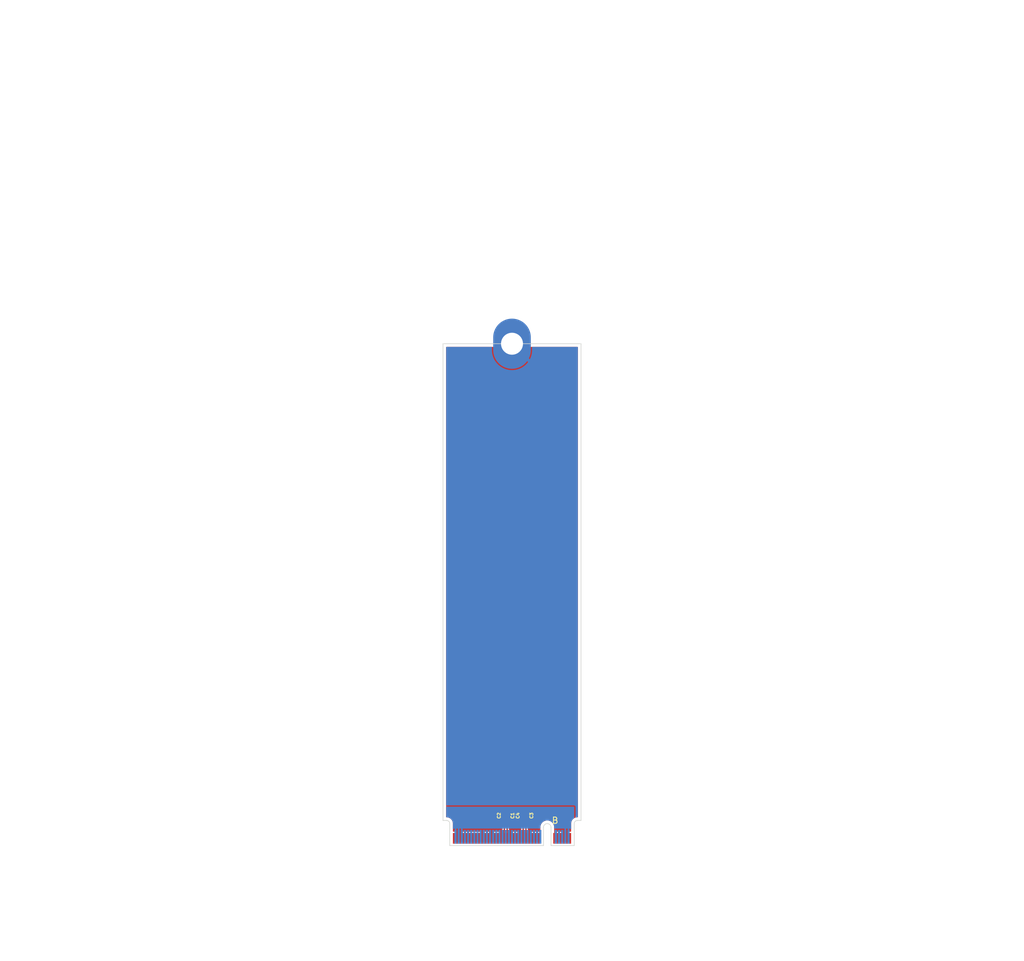
<source format=kicad_pcb>
(kicad_pcb (version 20241229) (generator "pcbnew") (generator_version "9.0")
  (layers (0 "F.Cu" signal) (2 "B.Cu" signal) (13 "F.Paste" user) (15 "B.Paste" user) (5 "F.SilkS" user "F.Silkscreen") (7 "B.SilkS" user "B.Silkscreen") (1 "F.Mask" user) (3 "B.Mask" user) (25 "Edge.Cuts" user))
  (net 0 "")
  (net 1 "/M.2 B key/PET0N")
  (net 2 "/M.2 B key/PET0P")
  (net 3 "/M.2 B key/PET1P")
  (net 4 "/M.2 B key/PET1N")
  (net 5 "GND")
  (net 6 "/CONFIG_3")
  (net 7 "+3.3V")
  (net 8 "/FULL_CARD_PWR_OFF#")
  (net 9 "/USB_D+")
  (net 10 "/W_DISABLE1#")
  (net 11 "/USB_D-")
  (net 12 "/GPIO_9{slash}LED#1")
  (net 13 "/GPIO_5")
  (net 14 "/CONFIG_0")
  (net 15 "/GPIO_6")
  (net 16 "/DPR")
  (net 17 "/GPIO_7")
  (net 18 "/GPIO_11")
  (net 19 "/GPIO_10")
  (net 20 "/GPIO_8")
  (net 21 "/UIM-RESET")
  (net 22 "/UIM-CLK")
  (net 23 "/UIM-DATA")
  (net 24 "/PER1-")
  (net 25 "/UIM-PWR")
  (net 26 "/PER1+")
  (net 27 "/DEVSLP")
  (net 28 "/GPIO_0")
  (net 29 "/GPIO_1")
  (net 30 "/GPIO_2")
  (net 31 "/GPIO_3")
  (net 32 "/PER0-")
  (net 33 "/GPIO_4")
  (net 34 "/PER0+")
  (net 35 "/PERST#")
  (net 36 "/CLKREQ#")
  (net 37 "/REFCLK-")
  (net 38 "/PEWAKE#")
  (net 39 "/REFCLK+")
  (net 42 "/ANTCTL0")
  (net 44 "/ANTCTL1")
  (net 46 "/ANTCTL2")
  (net 48 "/ANTCTL3")
  (net 49 "/SIM_DETECT")
  (net 50 "/RESET#")
  (net 51 "/SUSCLK")
  (net 52 "/CONFIG_1")
  (net 53 "/CONFIG_2")
  (net 54 "/PET0+")
  (net 55 "/PET1+")
  (net 56 "/PET1-")
  (net 57 "/PET0-")
  (footprint "Capacitor_SMD:C_0201_0603Metric" (layer "F.Cu") (at 109.11 153.5 90)
    (property "Reference" "C1" (at 0 0.73 270) (layer "F.SilkS") (effects (font (size 0.5 0.5))))
    (property "Value" "220nF")
    (pad "1" smd roundrect (at -0.32 0 90) (size 0.46 0.4) (layers "F.Cu" "F.Mask") (net 1 "/M.2 B key/PET0N"))
    (pad "2" smd roundrect (at 0.32 0 90) (size 0.46 0.4) (layers "F.Cu" "F.Mask") (net 57 "/PET0-"))
  )
  (footprint "Capacitor_SMD:C_0201_0603Metric" (layer "F.Cu") (at 112.11 153.5 90)
    (property "Reference" "C3" (at 0 0.75 90) (layer "F.SilkS") (effects (font (size 0.5 0.5))))
    (property "Value" "220nF")
    (pad "1" smd roundrect (at -0.32 0 90) (size 0.46 0.4) (layers "F.Cu" "F.Mask") (net 4 "/M.2 B key/PET1N"))
    (pad "2" smd roundrect (at 0.32 0 90) (size 0.46 0.4) (layers "F.Cu" "F.Mask") (net 56 "/PET1-"))
  )
  (footprint "Athena KiCAd library:M.2 Mounting Pad" (layer "F.Cu") (at 109.76 78.27)
    (property "Reference" "H1")
    (property "Value" "MountingHole_Pad")
    (pad "1" thru_hole circle (at 0 0) (size 5.5 5.5) (drill 3.5) (property pad_prop_castellated) (layers "*.Cu" "*.Mask") (net 5 "GND") (padstack (mode front_inner_back) (layer "Inner" (shape circle) (size 5.5 5.5)) (layer "B.Cu" (shape oval) (size 6 8))))
  )
  (footprint "Capacitor_SMD:C_0201_0603Metric" (layer "F.Cu") (at 108.41 153.5 90)
    (property "Reference" "C2" (at 0 -0.73 90) (layer "F.SilkS") (effects (font (size 0.5 0.5))))
    (property "Value" "220nF")
    (pad "1" smd roundrect (at -0.32 0 90) (size 0.46 0.4) (layers "F.Cu" "F.Mask") (net 2 "/M.2 B key/PET0P"))
    (pad "2" smd roundrect (at 0.32 0 90) (size 0.46 0.4) (layers "F.Cu" "F.Mask") (net 54 "/PET0+"))
  )
  (footprint "Capacitor_SMD:C_0201_0603Metric" (layer "F.Cu") (at 111.41 153.5 90)
    (property "Reference" "C4" (at 0 -0.72 90) (layer "F.SilkS") (effects (font (size 0.5 0.5))))
    (property "Value" "220nF")
    (pad "1" smd roundrect (at -0.32 0 90) (size 0.46 0.4) (layers "F.Cu" "F.Mask") (net 3 "/M.2 B key/PET1P"))
    (pad "2" smd roundrect (at 0.32 0 90) (size 0.46 0.4) (layers "F.Cu" "F.Mask") (net 55 "/PET1+"))
  )
  (footprint "PCIexpress:M.2 B Key Connector" (layer "F.Cu") (at 109.76 157.16)
    (property "Reference" "J1")
    (property "Value" "~")
    (fp_line (start -11 -2.89) (end -10.425 -2.89) (stroke (width 0.1)) (layer "Edge.Cuts"))
    (fp_line (start -9.925 -2.39) (end -9.925 1.11) (stroke (width 0.1)) (layer "Edge.Cuts"))
    (fp_line (start 5.02 -1.79) (end 5.02 1.11) (stroke (width 0.1)) (layer "Edge.Cuts"))
    (fp_line (start 5.02 1.11) (end -9.925 1.11) (stroke (width 0.1)) (layer "Edge.Cuts"))
    (fp_line (start 6.22 -1.79) (end 6.22 1.11) (stroke (width 0.1)) (layer "Edge.Cuts"))
    (fp_line (start 6.225333 1.11) (end 9.925 1.11) (stroke (width 0.1)) (layer "Edge.Cuts"))
    (fp_line (start 9.925 -2.39) (end 9.925 1.11) (stroke (width 0.1)) (layer "Edge.Cuts"))
    (fp_line (start 10.425 -2.89) (end 11 -2.89) (stroke (width 0.1)) (layer "Edge.Cuts"))
    (fp_arc (start -10.425 -2.89) (mid -10.071447 -2.743553) (end -9.925 -2.39) (stroke (width 0.1)) (layer "Edge.Cuts"))
    (fp_arc (start 5.02 -1.79) (mid 5.62 -2.39) (end 6.22 -1.79) (stroke (width 0.1)) (layer "Edge.Cuts"))
    (fp_arc (start 9.925 -2.39) (mid 10.071447 -2.743553) (end 10.425 -2.89) (stroke (width 0.1)) (layer "Edge.Cuts"))
    (fp_text user "B" (at 6.27 -2.3 0) (layer "F.SilkS") (effects (justify left bottom)))
    (pad "1" smd rect (at 9.25 -0.04 180) (size 0.35 1.7) (layers "F.Cu") (net 6 "/CONFIG_3"))
    (pad "2" smd rect (at 9 -0.29 180) (size 0.35 2.2) (layers "B.Cu") (net 7 "+3.3V"))
    (pad "3" smd rect (at 8.75 -0.04 180) (size 0.35 1.7) (layers "F.Cu") (net 5 "GND"))
    (pad "4" smd rect (at 8.5 -0.29 180) (size 0.35 2.2) (layers "B.Cu") (net 7 "+3.3V"))
    (pad "5" smd rect (at 8.25 -0.04 180) (size 0.35 1.7) (layers "F.Cu") (net 5 "GND"))
    (pad "6" smd rect (at 8 -0.29 180) (size 0.35 2.2) (layers "B.Cu") (net 8 "/FULL_CARD_PWR_OFF#"))
    (pad "7" smd rect (at 7.75 -0.04 180) (size 0.35 1.7) (layers "F.Cu") (net 9 "/USB_D+"))
    (pad "8" smd rect (at 7.5 -0.29 180) (size 0.35 2.2) (layers "B.Cu") (net 10 "/W_DISABLE1#"))
    (pad "9" smd rect (at 7.25 -0.04 180) (size 0.35 1.7) (layers "F.Cu") (net 11 "/USB_D-"))
    (pad "10" smd rect (at 7 -0.29 180) (size 0.35 2.2) (layers "B.Cu") (net 12 "/GPIO_9{slash}LED#1"))
    (pad "11" smd rect (at 6.75 -0.04 180) (size 0.35 1.7) (layers "F.Cu") (net 5 "GND"))
    (pad "20" smd rect (at 4.5 -0.29 180) (size 0.35 2.2) (layers "B.Cu") (net 13 "/GPIO_5"))
    (pad "21" smd rect (at 4.25 -0.04 180) (size 0.35 1.7) (layers "F.Cu") (net 14 "/CONFIG_0"))
    (pad "22" smd rect (at 4 -0.29 180) (size 0.35 2.2) (layers "B.Cu") (net 15 "/GPIO_6"))
    (pad "23" smd rect (at 3.75 -0.04 180) (size 0.35 1.7) (layers "F.Cu") (net 16 "/DPR"))
    (pad "24" smd rect (at 3.5 -0.29 180) (size 0.35 2.2) (layers "B.Cu") (net 17 "/GPIO_7"))
    (pad "25" smd rect (at 3.25 -0.04 180) (size 0.35 1.7) (layers "F.Cu") (net 18 "/GPIO_11"))
    (pad "26" smd rect (at 3 -0.29 180) (size 0.35 2.2) (layers "B.Cu") (net 19 "/GPIO_10"))
    (pad "27" smd rect (at 2.75 -0.04 180) (size 0.35 1.7) (layers "F.Cu") (net 5 "GND"))
    (pad "28" smd rect (at 2.5 -0.29 180) (size 0.35 2.2) (layers "B.Cu") (net 20 "/GPIO_8"))
    (pad "29" smd rect (at 2.25 -0.04 180) (size 0.35 1.7) (layers "F.Cu") (net 4 "/M.2 B key/PET1N"))
    (pad "30" smd rect (at 2 -0.29 180) (size 0.35 2.2) (layers "B.Cu") (net 21 "/UIM-RESET"))
    (pad "31" smd rect (at 1.75 -0.04 180) (size 0.35 1.7) (layers "F.Cu") (net 3 "/M.2 B key/PET1P"))
    (pad "32" smd rect (at 1.5 -0.29 180) (size 0.35 2.2) (layers "B.Cu") (net 22 "/UIM-CLK"))
    (pad "33" smd rect (at 1.25 -0.04 180) (size 0.35 1.7) (layers "F.Cu") (net 5 "GND"))
    (pad "34" smd rect (at 1 -0.29 180) (size 0.35 2.2) (layers "B.Cu") (net 23 "/UIM-DATA"))
    (pad "35" smd rect (at 0.75 -0.04 180) (size 0.35 1.7) (layers "F.Cu") (net 24 "/PER1-"))
    (pad "36" smd rect (at 0.5 -0.29 180) (size 0.35 2.2) (layers "B.Cu") (net 25 "/UIM-PWR"))
    (pad "37" smd rect (at 0.25 -0.04 180) (size 0.35 1.7) (layers "F.Cu") (net 26 "/PER1+"))
    (pad "38" smd rect (at 0 -0.29 180) (size 0.35 2.2) (layers "B.Cu") (net 27 "/DEVSLP"))
    (pad "39" smd rect (at -0.25 -0.04 180) (size 0.35 1.7) (layers "F.Cu") (net 5 "GND"))
    (pad "40" smd rect (at -0.5 -0.29 180) (size 0.35 2.2) (layers "B.Cu") (net 28 "/GPIO_0"))
    (pad "41" smd rect (at -0.75 -0.04 180) (size 0.35 1.7) (layers "F.Cu") (net 1 "/M.2 B key/PET0N"))
    (pad "42" smd rect (at -1 -0.29 180) (size 0.35 2.2) (layers "B.Cu") (net 29 "/GPIO_1"))
    (pad "43" smd rect (at -1.25 -0.04 180) (size 0.35 1.7) (layers "F.Cu") (net 2 "/M.2 B key/PET0P"))
    (pad "44" smd rect (at -1.5 -0.29 180) (size 0.35 2.2) (layers "B.Cu") (net 30 "/GPIO_2"))
    (pad "45" smd rect (at -1.75 -0.04 180) (size 0.35 1.7) (layers "F.Cu") (net 5 "GND"))
    (pad "46" smd rect (at -2 -0.29 180) (size 0.35 2.2) (layers "B.Cu") (net 31 "/GPIO_3"))
    (pad "47" smd rect (at -2.25 -0.04 180) (size 0.35 1.7) (layers "F.Cu") (net 32 "/PER0-"))
    (pad "48" smd rect (at -2.5 -0.29 180) (size 0.35 2.2) (layers "B.Cu") (net 33 "/GPIO_4"))
    (pad "49" smd rect (at -2.75 -0.04 180) (size 0.35 1.7) (layers "F.Cu") (net 34 "/PER0+"))
    (pad "50" smd rect (at -3 -0.29 180) (size 0.35 2.2) (layers "B.Cu") (net 35 "/PERST#"))
    (pad "51" smd rect (at -3.25 -0.04 180) (size 0.35 1.7) (layers "F.Cu") (net 5 "GND"))
    (pad "52" smd rect (at -3.5 -0.29 180) (size 0.35 2.2) (layers "B.Cu") (net 36 "/CLKREQ#"))
    (pad "53" smd rect (at -3.75 -0.04 180) (size 0.35 1.7) (layers "F.Cu") (net 37 "/REFCLK-"))
    (pad "54" smd rect (at -4 -0.29 180) (size 0.35 2.2) (layers "B.Cu") (net 38 "/PEWAKE#"))
    (pad "55" smd rect (at -4.25 -0.04 180) (size 0.35 1.7) (layers "F.Cu") (net 39 "/REFCLK+"))
    (pad "56" smd rect (at -4.5 -0.29 180) (size 0.35 2.2) (layers "B.Cu"))
    (pad "57" smd rect (at -4.75 -0.04 180) (size 0.35 1.7) (layers "F.Cu") (net 5 "GND"))
    (pad "58" smd rect (at -5 -0.29 180) (size 0.35 2.2) (layers "B.Cu"))
    (pad "59" smd rect (at -5.25 -0.04 180) (size 0.35 1.7) (layers "F.Cu") (net 42 "/ANTCTL0"))
    (pad "60" smd rect (at -5.5 -0.29 180) (size 0.35 2.2) (layers "B.Cu"))
    (pad "61" smd rect (at -5.75 -0.04 180) (size 0.35 1.7) (layers "F.Cu") (net 44 "/ANTCTL1"))
    (pad "62" smd rect (at -6 -0.29 180) (size 0.35 2.2) (layers "B.Cu"))
    (pad "63" smd rect (at -6.25 -0.04 180) (size 0.35 1.7) (layers "F.Cu") (net 46 "/ANTCTL2"))
    (pad "64" smd rect (at -6.5 -0.29 180) (size 0.35 2.2) (layers "B.Cu"))
    (pad "65" smd rect (at -6.75 -0.04 180) (size 0.35 1.7) (layers "F.Cu") (net 48 "/ANTCTL3"))
    (pad "66" smd rect (at -7 -0.29 180) (size 0.35 2.2) (layers "B.Cu") (net 49 "/SIM_DETECT"))
    (pad "67" smd rect (at -7.25 -0.04 180) (size 0.35 1.7) (layers "F.Cu") (net 50 "/RESET#"))
    (pad "68" smd rect (at -7.5 -0.29 180) (size 0.35 2.2) (layers "B.Cu") (net 51 "/SUSCLK"))
    (pad "69" smd rect (at -7.75 -0.04 180) (size 0.35 1.7) (layers "F.Cu") (net 52 "/CONFIG_1"))
    (pad "70" smd rect (at -8 -0.29 180) (size 0.35 2.2) (layers "B.Cu") (net 7 "+3.3V"))
    (pad "71" smd rect (at -8.25 -0.04 180) (size 0.35 1.7) (layers "F.Cu") (net 5 "GND"))
    (pad "72" smd rect (at -8.5 -0.29 180) (size 0.35 2.2) (layers "B.Cu") (net 7 "+3.3V"))
    (pad "73" smd rect (at -8.75 -0.04 180) (size 0.35 1.7) (layers "F.Cu") (net 5 "GND"))
    (pad "74" smd rect (at -9 -0.29 180) (size 0.35 2.2) (layers "B.Cu") (net 7 "+3.3V"))
    (pad "75" smd rect (at -9.25 -0.04 180) (size 0.35 1.7) (layers "F.Cu") (net 53 "/CONFIG_2"))
  )
  (gr_line (start 98.76 78.27) (end 98.76 154.27) (stroke (width 0.1)) (layer "Edge.Cuts"))
  (gr_line (start 120.76 154.27) (end 120.76 78.27) (stroke (width 0.1)) (layer "Edge.Cuts"))
  (gr_line (start 120.76 78.27) (end 98.76 78.27) (stroke (width 0.1)) (layer "Edge.Cuts"))
  (segment (start 109.11 154.165001) (end 109.11 153.82) (width 0.2) (layer "F.Cu") (net 1))
  (segment (start 108.985 155.819999) (end 108.985 154.290001) (width 0.2) (layer "F.Cu") (net 1))
  (segment (start 109.01 155.844999) (end 108.985 155.819999) (width 0.2) (layer "F.Cu") (net 1))
  (segment (start 108.985 154.290001) (end 109.11 154.165001) (width 0.2) (layer "F.Cu") (net 1))
  (segment (start 109.01 157.12) (end 109.01 155.844999) (width 0.2) (layer "F.Cu") (net 1))
  (segment (start 108.51 155.844999) (end 108.535 155.819999) (width 0.2) (layer "F.Cu") (net 2))
  (segment (start 108.535 155.819999) (end 108.535 154.290001) (width 0.2) (layer "F.Cu") (net 2))
  (segment (start 108.535 154.290001) (end 108.41 154.165001) (width 0.2) (layer "F.Cu") (net 2))
  (segment (start 108.41 154.165001) (end 108.41 153.82) (width 0.2) (layer "F.Cu") (net 2))
  (segment (start 108.51 157.12) (end 108.51 155.844999) (width 0.2) (layer "F.Cu") (net 2))
  (segment (start 111.535 155.819999) (end 111.535 154.290001) (width 0.2) (layer "F.Cu") (net 3))
  (segment (start 111.51 157.12) (end 111.51 155.844999) (width 0.2) (layer "F.Cu") (net 3))
  (segment (start 111.51 155.844999) (end 111.535 155.819999) (width 0.2) (layer "F.Cu") (net 3))
  (segment (start 111.41 154.165001) (end 111.41 153.82) (width 0.2) (layer "F.Cu") (net 3))
  (segment (start 111.535 154.290001) (end 111.41 154.165001) (width 0.2) (layer "F.Cu") (net 3))
  (segment (start 112.01 155.844999) (end 111.985 155.819999) (width 0.2) (layer "F.Cu") (net 4))
  (segment (start 111.985 155.819999) (end 111.985 154.290001) (width 0.2) (layer "F.Cu") (net 4))
  (segment (start 112.11 154.165001) (end 112.11 153.82) (width 0.2) (layer "F.Cu") (net 4))
  (segment (start 111.985 154.290001) (end 112.11 154.165001) (width 0.2) (layer "F.Cu") (net 4))
  (segment (start 112.01 157.12) (end 112.01 155.844999) (width 0.2) (layer "F.Cu") (net 4))
  (zone (net 5) (net_name "GND") (layers "F.Cu" "B.Cu") (connect_pads (clearance 0.15)) (min_thickness 0.15) (fill yes (thermal_gap 0.2) (thermal_bridge_width 0.5))
    (polygon (pts (xy 94.76 156.51) (xy 94.76 48.27) (xy 124.76 48.27) (xy 124.76 156.51)))
  )
  (zone (net 7) (net_name "+3.3V") (layer "B.Cu") (priority 1) (connect_pads (clearance 0.2)) (min_thickness 0.1) (fill yes (thermal_gap 0.2) (thermal_bridge_width 0.25))
    (polygon (pts (xy 119.68 156.45) (xy 119.68 152.085) (xy 119.665 152.07) (xy 99.21 152.07) (xy 99.21 156.7) (xy 119.43 156.7)))
  )
)
</source>
